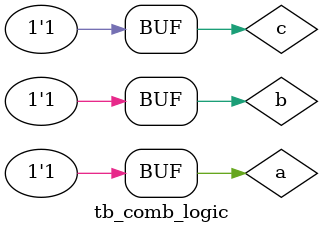
<source format=sv>
`timescale 1ns/1ps

module tb_comb_logic();

    logic a, b, c, y;
    comb_logic dut0(a, b, c, y);

    initial begin
        a = 0; b = 0; c = 0; #10;
        c = 1;               #10;
        b = 1; c = 0;        #10;
        c = 1;               #10;
        a = 1; b = 0; c = 0; #10;
        c = 1;               #10;
        b = 1; c = 0;        #10;
        c = 1;               #10;
        
    end
endmodule





</source>
